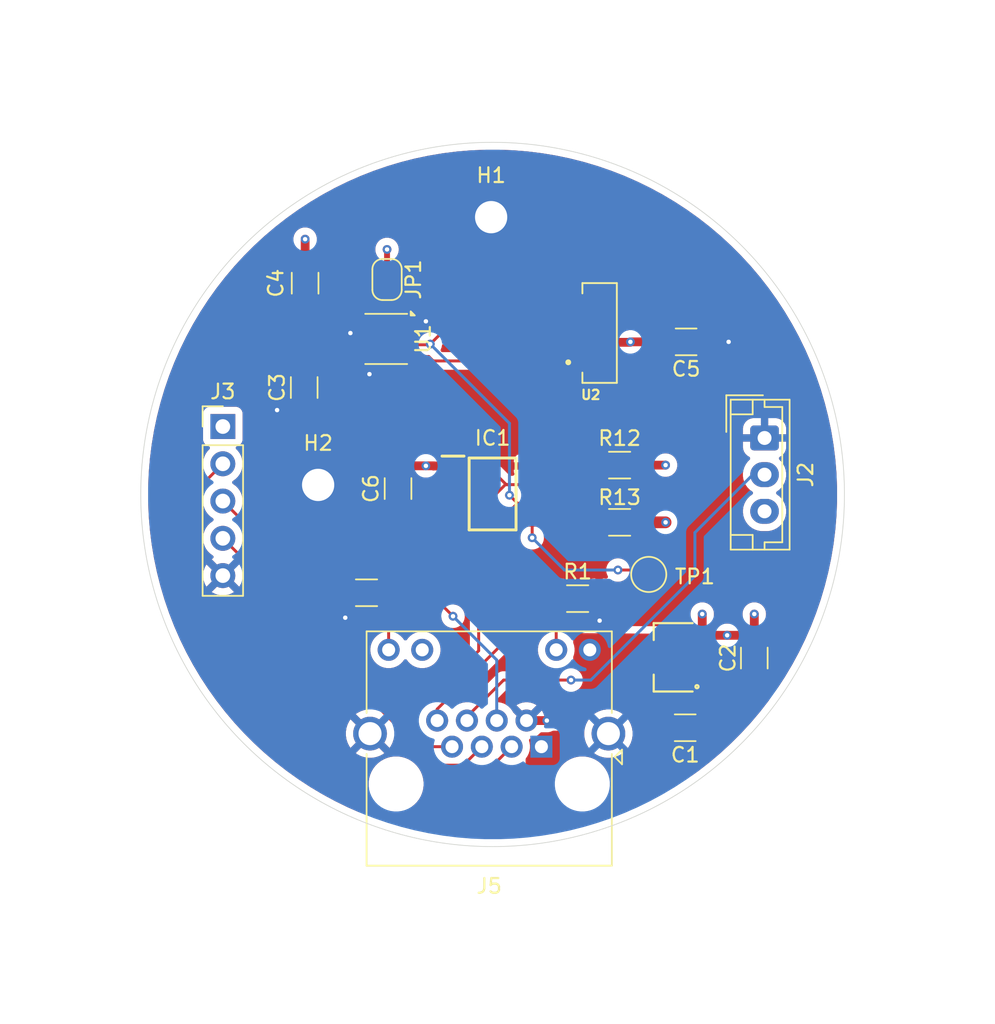
<source format=kicad_pcb>
(kicad_pcb (version 20241229) (generator "pcbnew") (generator_version "9.0")
  (layers (0 "F.Cu" signal) (4 "In1.Cu" signal) (6 "In2.Cu" signal) (2 "B.Cu" signal) (13 "F.Paste" user) (15 "B.Paste" user) (5 "F.SilkS" user "F.Silkscreen") (7 "B.SilkS" user "B.Silkscreen") (1 "F.Mask" user) (3 "B.Mask" user) (25 "Edge.Cuts" user))
  (net 0 "")
  (net 1 "GND")
  (net 2 "+3V3")
  (net 3 "Net-(U1-VDDIO)")
  (net 4 "Net-(U1-VDD)")
  (net 6 "Net-(IC1-PGO)")
  (net 7 "/SCL")
  (net 8 "/SDA")
  (net 9 "/GPIO11")
  (net 10 "/GPIO13")
  (net 11 "/GPIO12")
  (net 12 "/W_SPEED")
  (net 13 "Net-(J5-Pad10)")
  (net 14 "Net-(J5-Pad12)")
  (net 15 "Net-(JP1-B)")
  (net 16 "/+5V")
  (footprint "TestPoint:TestPoint_Pad_D2.0mm" (layer "F.Cu") (at 150.65 105.45)
    (property "Reference" "TP1" (at 3.15 0.15 0) (layer "F.SilkS"))
    (property "Value" "TestPoint" (hide yes))
    (fp_circle (center 0 0) (end 0 1.2) (stroke (width 0.12)) (fill no) (layer "F.SilkS"))
    (pad "1" smd circle (at 0 0) (size 2 2) (layers "F.Cu" "F.Mask") (net 6 "Net-(IC1-PGO)"))
  )
  (footprint "Resistor_SMD:R_1206_3216Metric" (layer "F.Cu") (at 131.4 106.7 180)
    (property "Reference" "R2" (hide yes))
    (property "Value" "70R" (hide yes))
    (fp_line (start -0.727064 0.91) (end 0.727064 0.91) (stroke (width 0.12)) (layer "F.SilkS"))
    (fp_line (start -0.727064 -0.91) (end 0.727064 -0.91) (stroke (width 0.12)) (layer "F.SilkS"))
    (pad "1" smd roundrect (at -1.4625 0 180) (size 1.125 1.75) (layers "F.Cu" "F.Mask" "F.Paste") (roundrect_rratio 0.222222) (net 14 "Net-(J5-Pad12)"))
    (pad "2" smd roundrect (at 1.4625 0 180) (size 1.125 1.75) (layers "F.Cu" "F.Mask" "F.Paste") (roundrect_rratio 0.222222) (net 1 "GND"))
  )
  (footprint "AS5600-ASOT:SOIC127P600X175-8N" (layer "F.Cu") (at 140 99.965)
    (property "Reference" "IC1" (at 0 -3.81 0) (layer "F.SilkS"))
    (property "Value" "AS5600-ASOT")
    (fp_line (start -3.45 -2.58) (end -1.95 -2.58) (stroke (width 0.2)) (layer "F.SilkS"))
    (fp_line (start -1.6 -2.45) (end 1.6 -2.45) (stroke (width 0.2)) (layer "F.SilkS"))
    (fp_line (start -1.6 2.45) (end -1.6 -2.45) (stroke (width 0.2)) (layer "F.SilkS"))
    (fp_line (start 1.6 -2.45) (end 1.6 2.45) (stroke (width 0.2)) (layer "F.SilkS"))
    (fp_line (start 1.6 2.45) (end -1.6 2.45) (stroke (width 0.2)) (layer "F.SilkS"))
    (pad "1" smd rect (at -2.7 -1.905) (size 1.5 0.65) (layers "F.Cu" "F.Mask" "F.Paste") (net 2 "+3V3"))
    (pad "2" smd rect (at -2.7 -0.635) (size 1.5 0.65) (layers "F.Cu" "F.Mask" "F.Paste") (net 2 "+3V3"))
    (pad "3" smd rect (at -2.7 0.635) (size 1.5 0.65) (layers "F.Cu" "F.Mask" "F.Paste"))
    (pad "4" smd rect (at -2.7 1.905) (size 1.5 0.65) (layers "F.Cu" "F.Mask" "F.Paste") (net 1 "GND"))
    (pad "5" smd rect (at 2.7 1.905) (size 1.5 0.65) (layers "F.Cu" "F.Mask" "F.Paste") (net 6 "Net-(IC1-PGO)"))
    (pad "6" smd rect (at 2.7 0.635) (size 1.5 0.65) (layers "F.Cu" "F.Mask" "F.Paste") (net 8 "/SDA"))
    (pad "7" smd rect (at 2.7 -0.635) (size 1.5 0.65) (layers "F.Cu" "F.Mask" "F.Paste") (net 7 "/SCL"))
    (pad "8" smd rect (at 2.7 -1.905) (size 1.5 0.65) (layers "F.Cu" "F.Mask" "F.Paste") (net 1 "GND"))
  )
  (footprint "Capacitor_SMD:C_1206_3216Metric_Pad1.33x1.80mm_HandSolder" (layer "F.Cu") (at 157.85 111.15 90)
    (property "Reference" "C2" (at 0 -1.8 270) (layer "F.SilkS"))
    (property "Value" "10uF" (hide yes))
    (fp_line (start -0.711252 -0.91) (end 0.711252 -0.91) (stroke (width 0.12)) (layer "F.SilkS"))
    (fp_line (start -0.711252 0.91) (end 0.711252 0.91) (stroke (width 0.12)) (layer "F.SilkS"))
    (pad "1" smd roundrect (at -1.5625 0 90) (size 1.325 1.8) (layers "F.Cu" "F.Mask" "F.Paste") (roundrect_rratio 0.188679) (net 1 "GND"))
    (pad "2" smd roundrect (at 1.5625 0 90) (size 1.325 1.8) (layers "F.Cu" "F.Mask" "F.Paste") (roundrect_rratio 0.188679) (net 2 "+3V3"))
  )
  (footprint "Resistor_SMD:R_1206_3216Metric" (layer "F.Cu") (at 145.8 107.1)
    (property "Reference" "R1" (at 0 -1.83 0) (layer "F.SilkS"))
    (property "Value" "150R" (hide yes))
    (fp_line (start -0.727064 -0.91) (end 0.727064 -0.91) (stroke (width 0.12)) (layer "F.SilkS"))
    (fp_line (start -0.727064 0.91) (end 0.727064 0.91) (stroke (width 0.12)) (layer "F.SilkS"))
    (pad "1" smd roundrect (at -1.4625 0) (size 1.125 1.75) (layers "F.Cu" "F.Mask" "F.Paste") (roundrect_rratio 0.222222) (net 13 "Net-(J5-Pad10)"))
    (pad "2" smd roundrect (at 1.4625 0) (size 1.125 1.75) (layers "F.Cu" "F.Mask" "F.Paste") (roundrect_rratio 0.222222) (net 1 "GND"))
  )
  (footprint "Capacitor_SMD:C_1206_3216Metric_Pad1.33x1.80mm_HandSolder" (layer "F.Cu") (at 133.55 99.6 90)
    (property "Reference" "C6" (at 0 -1.85 90) (layer "F.SilkS"))
    (property "Value" "100nF" (hide yes))
    (fp_line (start -0.711252 -0.91) (end 0.711252 -0.91) (stroke (width 0.12)) (layer "F.SilkS"))
    (fp_line (start -0.711252 0.91) (end 0.711252 0.91) (stroke (width 0.12)) (layer "F.SilkS"))
    (pad "1" smd roundrect (at -1.5625 0 90) (size 1.325 1.8) (layers "F.Cu" "F.Mask" "F.Paste") (roundrect_rratio 0.188679) (net 1 "GND"))
    (pad "2" smd roundrect (at 1.5625 0 90) (size 1.325 1.8) (layers "F.Cu" "F.Mask" "F.Paste") (roundrect_rratio 0.188679) (net 2 "+3V3"))
  )
  (footprint "Capacitor_SMD:C_1206_3216Metric_Pad1.33x1.80mm_HandSolder" (layer "F.Cu") (at 127.2125 85.6 -90)
    (property "Reference" "C4" (at 0 2 90) (layer "F.SilkS"))
    (property "Value" "100nF" (hide yes))
    (fp_line (start -0.711252 0.91) (end 0.711252 0.91) (stroke (width 0.12)) (layer "F.SilkS"))
    (fp_line (start -0.711252 -0.91) (end 0.711252 -0.91) (stroke (width 0.12)) (layer "F.SilkS"))
    (pad "1" smd roundrect (at -1.5625 0 270) (size 1.325 1.8) (layers "F.Cu" "F.Mask" "F.Paste") (roundrect_rratio 0.188679) (net 2 "+3V3"))
    (pad "2" smd roundrect (at 1.5625 0 270) (size 1.325 1.8) (layers "F.Cu" "F.Mask" "F.Paste") (roundrect_rratio 0.188679) (net 4 "Net-(U1-VDD)"))
  )
  (footprint "Connector_PinHeader_2.54mm:PinHeader_1x05_P2.54mm_Vertical" (layer "F.Cu") (at 121.6 95.37)
    (property "Reference" "J3" (at 0 -2.38 0) (layer "F.SilkS"))
    (property "Value" "PINHD_1x5_Male" (hide yes))
    (fp_line (start -1.38 -1.38) (end 0 -1.38) (stroke (width 0.12)) (layer "F.SilkS"))
    (fp_line (start -1.38 0) (end -1.38 -1.38) (stroke (width 0.12)) (layer "F.SilkS"))
    (fp_line (start -1.38 1.27) (end -1.38 11.54) (stroke (width 0.12)) (layer "F.SilkS"))
    (fp_line (start -1.38 1.27) (end 1.38 1.27) (stroke (width 0.12)) (layer "F.SilkS"))
    (fp_line (start -1.38 11.54) (end 1.38 11.54) (stroke (width 0.12)) (layer "F.SilkS"))
    (fp_line (start 1.38 1.27) (end 1.38 11.54) (stroke (width 0.12)) (layer "F.SilkS"))
    (pad "1" thru_hole rect (at 0 0) (size 1.7 1.7) (drill 1) (layers "*.Cu" "*.Mask") (net 2 "+3V3"))
    (pad "2" thru_hole circle (at 0 2.54) (size 1.7 1.7) (drill 1) (layers "*.Cu" "*.Mask") (net 9 "/GPIO11"))
    (pad "3" thru_hole circle (at 0 5.08) (size 1.7 1.7) (drill 1) (layers "*.Cu" "*.Mask") (net 11 "/GPIO12"))
    (pad "4" thru_hole circle (at 0 7.62) (size 1.7 1.7) (drill 1) (layers "*.Cu" "*.Mask") (net 10 "/GPIO13"))
    (pad "5" thru_hole circle (at 0 10.16) (size 1.7 1.7) (drill 1) (layers "*.Cu" "*.Mask") (net 1 "GND"))
  )
  (footprint "PCM_JLCPCB:SOT-89-3_L4.5-W2.5-P1.50-LS4.2-BR" (layer "F.Cu") (at 152.94 111.1)
    (property "Reference" "U3" (hide yes))
    (property "Value" "HT7533" (hide yes))
    (fp_line (start -1.95 -2.33) (end -1.95 -1.18) (stroke (width 0.15)) (layer "F.SilkS"))
    (fp_line (start -1.95 2.33) (end -1.95 1.18) (stroke (width 0.15)) (layer "F.SilkS"))
    (fp_line (start 0.7 -2.33) (end -1.95 -2.33) (stroke (width 0.15)) (layer "F.SilkS"))
    (fp_line (start 0.7 2.33) (end -1.95 2.33) (stroke (width 0.15)) (layer "F.SilkS"))
    (fp_circle (center 1 2) (end 1.03 2) (stroke (width 0.15)) (fill no) (layer "F.SilkS"))
    (pad "1" smd roundrect (at 1.36 1.5) (size 1.58 0.67) (layers "F.Cu" "F.Mask" "F.Paste") (net 1 "GND"))
    (pad "2" smd custom (at -1.36 0) (size 0.1 0.1) (layers "F.Cu" "F.Mask" "F.Paste") (net 16 "/+5V") (options (clearance outline) (anchor circle)) (primitives (gr_poly (pts (xy -0.926975 -0.95) (xy 0.927229 -0.95) (xy 0.971755 -0.948895) (xy 1.01618 -0.945771) (xy 1.060427 -0.940564) (xy 1.104369 -0.933299) (xy 1.14793 -0.923952) (xy 1.190983 -0.912598) (xy 1.233477 -0.899238) (xy 1.275286 -0.883896) (xy 1.316332 -0.866599) (xy 1.356541 -0.847422) (xy 1.395784 -0.826365) (xy 1.434011 -0.80348) (xy 1.47112 -0.778842) (xy 1.507036 -0.752502) (xy 1.541656 -0.724511) (xy 1.574956 -0.694895) (xy 1.606807 -0.66378) (xy 1.637186 -0.631191) (xy 1.665989 -0.597231) (xy 1.693167 -0.561951) (xy 1.718669 -0.525425) (xy 1.742418 -0.487757) (xy 1.764389 -0.448997) (xy 1.784531 -0.409271) (xy 1.802769 -0.329972) (xy 2.700102 -0.329972) (xy 2.700102 0.330023) (xy 1.802769 0.330023) (xy 1.784531 0.409373) (xy 1.764389 0.449098) (xy 1.742418 0.487859) (xy 1.718669 0.525527) (xy 1.693167 0.562052) (xy 1.665989 0.597333) (xy 1.637186 0.631293) (xy 1.606807 0.663881) (xy 1.574956 0.694996) (xy 1.541656 0.724613) (xy 1.507036 0.752604) (xy 1.47112 0.778943) (xy 1.434011 0.803581) (xy 1.395784 0.826467) (xy 1.356541 0.847523) (xy 1.316332 0.866701) (xy 1.275286 0.883998) (xy 1.233477 0.89934) (xy 1.190983 0.9127) (xy 1.14793 0.924054) (xy 1.104369 0.933401) (xy 1.060427 0.940665) (xy 1.01618 0.945872) (xy 0.971755 0.948997) (xy 0.927229 0.950064) (xy -0.926975 0.950064) (xy -0.971501 0.948997) (xy -1.015926 0.945872) (xy -1.060173 0.940665) (xy -1.104115 0.933401) (xy -1.147676 0.924054) (xy -1.190729 0.9127) (xy -1.233223 0.89934) (xy -1.275032 0.883998) (xy -1.316078 0.866701) (xy -1.356287 0.847523) (xy -1.39553 0.826467) (xy -1.433757 0.803581) (xy -1.470866 0.778943) (xy -1.506782 0.752604) (xy -1.541402 0.724613) (xy -1.574702 0.694996) (xy -1.606553 0.663881) (xy -1.636932 0.631293) (xy -1.665735 0.597333) (xy -1.692913 0.562052) (xy -1.718415 0.525527) (xy -1.742164 0.487859) (xy -1.764135 0.449098) (xy -1.784277 0.409373) (xy -1.802515 0.368733) (xy -1.818847 0.327305) (xy -1.833198 0.285141) (xy -1.845568 0.242342) (xy -1.855906 0.199009) (xy -1.864211 0.155271) (xy -1.87046 0.111151) (xy -1.874625 0.066802) (xy -1.876708 0.022327) (xy -1.876708 -0.022225) (xy -1.874625 -0.066701) (xy -1.87046 -0.111049) (xy -1.864211 -0.155169) (xy -1.855906 -0.198908) (xy -1.845568 -0.24224) (xy -1.833198 -0.285039) (xy -1.818847 -0.327203) (xy -1.802515 -0.368631) (xy -1.784277 -0.409271) (xy -1.764135 -0.448997) (xy -1.742164 -0.487757) (xy -1.718415 -0.525425) (xy -1.692913 -0.561951) (xy -1.665735 -0.597231) (xy -1.636932 -0.631191) (xy -1.606553 -0.66378) (xy -1.574702 -0.694895) (xy -1.541402 -0.724511) (xy -1.506782 -0.752502) (xy -1.470866 -0.778842) (xy -1.433757 -0.80348) (xy -1.39553 -0.826365) (xy -1.356287 -0.847422) (xy -1.316078 -0.866599) (xy -1.275032 -0.883896) (xy -1.233223 -0.899238) (xy -1.190729 -0.912598) (xy -1.147676 -0.923952) (xy -1.104115 -0.933299) (xy -1.060173 -0.940564) (xy -1.015926 -0.945771) (xy -0.971501 -0.948895) (xy -0.926975 -0.95)) (width 0) (fill yes))))
    (pad "2" smd roundrect (at 1.36 0) (size 1.58 0.67) (layers "F.Cu" "F.Mask" "F.Paste") (net 16 "/+5V"))
    (pad "3" smd roundrect (at 1.36 -1.5) (size 1.58 0.67) (layers "F.Cu" "F.Mask" "F.Paste") (net 2 "+3V3"))
  )
  (footprint "Package_LGA:Bosch_LGA-8_3x3mm_P0.8mm_ClockwisePinNumbering" (layer "F.Cu") (at 132.8125 89.4 -90)
    (property "Reference" "U1" (at 0 -2.45 90) (layer "F.SilkS"))
    (property "Value" "BME680")
    (fp_line (start -1.71 -1.36) (end -1.71 1.5) (stroke (width 0.12)) (layer "F.SilkS"))
    (fp_line (start 1.71 -1.36) (end 1.71 1.5) (stroke (width 0.12)) (layer "F.SilkS"))
    (fp_poly (pts (xy -1.6 -1.6) (xy -1.88 -1.6) (xy -1.6 -1.88)) (stroke (width 0.12)) (fill yes) (layer "F.SilkS"))
    (pad "1" smd roundrect (at -1.2 -1.1875 270) (size 0.5 0.525) (layers "F.Cu" "F.Mask" "F.Paste") (net 1 "GND"))
    (pad "2" smd roundrect (at -0.4 -1.1875 270) (size 0.5 0.525) (layers "F.Cu" "F.Mask" "F.Paste") (net 15 "Net-(JP1-B)"))
    (pad "3" smd roundrect (at 0.4 -1.1875 270) (size 0.5 0.525) (layers "F.Cu" "F.Mask" "F.Paste") (net 8 "/SDA"))
    (pad "4" smd roundrect (at 1.2 -1.1875 270) (size 0.5 0.525) (layers "F.Cu" "F.Mask" "F.Paste") (net 7 "/SCL"))
    (pad "5" smd roundrect (at 1.2 1.1875 270) (size 0.5 0.525) (layers "F.Cu" "F.Mask" "F.Paste") (net 1 "GND"))
    (pad "6" smd roundrect (at 0.4 1.1875 270) (size 0.5 0.525) (layers "F.Cu" "F.Mask" "F.Paste") (net 3 "Net-(U1-VDDIO)"))
    (pad "7" smd roundrect (at -0.4 1.1875 270) (size 0.5 0.525) (layers "F.Cu" "F.Mask" "F.Paste") (net 1 "GND"))
    (pad "8" smd roundrect (at -1.2 1.1875 270) (size 0.5 0.525) (layers "F.Cu" "F.Mask" "F.Paste") (net 4 "Net-(U1-VDD)"))
  )
  (footprint "Capacitor_SMD:C_1206_3216Metric_Pad1.33x1.80mm_HandSolder" (layer "F.Cu") (at 127.15 92.7125 90)
    (property "Reference" "C3" (at 0 -1.85 90) (layer "F.SilkS"))
    (property "Value" "100nF" (hide yes))
    (fp_line (start -0.711252 -0.91) (end 0.711252 -0.91) (stroke (width 0.12)) (layer "F.SilkS"))
    (fp_line (start -0.711252 0.91) (end 0.711252 0.91) (stroke (width 0.12)) (layer "F.SilkS"))
    (pad "1" smd roundrect (at -1.5625 0 90) (size 1.325 1.8) (layers "F.Cu" "F.Mask" "F.Paste") (roundrect_rratio 0.188679) (net 1 "GND"))
    (pad "2" smd roundrect (at 1.5625 0 90) (size 1.325 1.8) (layers "F.Cu" "F.Mask" "F.Paste") (roundrect_rratio 0.188679) (net 3 "Net-(U1-VDDIO)"))
  )
  (footprint "MountingHole:MountingHole_2.2mm_M2_DIN965_Pad" (layer "F.Cu") (at 128.1 99.35)
    (property "Reference" "H2" (at 0 -2.85 0) (layer "F.SilkS"))
    (property "Value" "MountingHole_M3_3.2mm_Pad" (hide yes))
    (pad "1" thru_hole circle (at 0 0) (size 3.8 3.8) (drill 2.2) (layers "*.Cu" "*.Mask") (net 1 "GND"))
  )
  (footprint "VEML7700-TR:XDCR_VEML7700-TR" (layer "F.Cu") (at 147.3 88.995 180)
    (property "Reference" "U2" (at 0.607 -4.2164 0) (layer "F.SilkS") (effects (font (size 0.64 0.64))))
    (property "Value" "VEML7700-TR")
    (fp_line (start 1.175 3.4) (end 1.175 2.7) (stroke (width 0.127)) (layer "F.SilkS"))
    (fp_line (start 1.175 -3.4) (end 1.175 -2.7) (stroke (width 0.127)) (layer "F.SilkS"))
    (fp_line (start 1.175 -3.4) (end -1.175 -3.4) (stroke (width 0.127)) (layer "F.SilkS"))
    (fp_line (start -1.175 3.4) (end 1.175 3.4) (stroke (width 0.127)) (layer "F.SilkS"))
    (fp_line (start -1.175 -3.4) (end -1.175 3.4) (stroke (width 0.127)) (layer "F.SilkS"))
    (fp_circle (center 2.13948 -1.99811) (end 2.23948 -1.99811) (stroke (width 0.2)) (fill no) (layer "F.SilkS"))
    (pad "1" smd rect (at 0.675 -1.905 180) (size 1.4 0.7) (layers "F.Cu" "F.Mask" "F.Paste") (net 7 "/SCL"))
    (pad "2" smd rect (at 0.675 -0.635 180) (size 1.4 0.7) (layers "F.Cu" "F.Mask" "F.Paste") (net 2 "+3V3"))
    (pad "3" smd rect (at 0.675 0.635 180) (size 1.4 0.7) (layers "F.Cu" "F.Mask" "F.Paste") (net 1 "GND"))
    (pad "4" smd rect (at 0.675 1.905 180) (size 1.4 0.7) (layers "F.Cu" "F.Mask" "F.Paste") (net 8 "/SDA"))
  )
  (footprint "MountingHole:MountingHole_2.2mm_M2_DIN965_Pad" (layer "F.Cu") (at 139.9 81.1)
    (property "Reference" "H1" (at 0 -2.85 0) (layer "F.SilkS"))
    (property "Value" "MountingHole_M3_3.2mm_Pad" (hide yes))
    (pad "1" thru_hole circle (at 0 0) (size 3.8 3.8) (drill 2.2) (layers "*.Cu" "*.Mask") (net 1 "GND"))
  )
  (footprint "Connector_RJ:RJ45_Amphenol_RJHSE538X" (layer "F.Cu") (at 143.33 117.19 180)
    (property "Reference" "J5" (at 3.56 -9.5 0) (layer "F.SilkS"))
    (property "Value" "SENSORS" (hide yes))
    (fp_line (start 11.925 7.86) (end 11.925 2.3) (stroke (width 0.12)) (layer "F.SilkS"))
    (fp_line (start 11.925 -8.11) (end 11.925 -0.5) (stroke (width 0.12)) (layer "F.SilkS"))
    (fp_line (start -4.805 7.86) (end 11.925 7.86) (stroke (width 0.12)) (layer "F.SilkS"))
    (fp_line (start -4.805 7.86) (end -4.805 2.3) (stroke (width 0.12)) (layer "F.SilkS"))
    (fp_line (start -4.805 -8.11) (end 11.925 -8.11) (stroke (width 0.12)) (layer "F.SilkS"))
    (fp_line (start -4.805 -8.11) (end -4.805 -0.5) (stroke (width 0.12)) (layer "F.SilkS"))
    (fp_line (start -5 -0.7) (end -5.5 -0.2) (stroke (width 0.12)) (layer "F.SilkS"))
    (fp_line (start -5.5 -0.2) (end -5.5 -1.2) (stroke (width 0.12)) (layer "F.SilkS"))
    (fp_line (start -5.5 -1.2) (end -5 -0.7) (stroke (width 0.12)) (layer "F.SilkS"))
    (pad "" np_thru_hole circle (at -2.79 -2.54 180) (size 3.25 3.25) (drill 3.25) (layers "*.Cu" "*.Mask"))
    (pad "" np_thru_hole circle (at 9.91 -2.54 180) (size 3.25 3.25) (drill 3.25) (layers "*.Cu" "*.Mask"))
    (pad "1" thru_hole rect (at 0 0 180) (size 1.5 1.5) (drill 0.89) (layers "*.Cu" "*.Mask") (net 16 "/+5V"))
    (pad "2" thru_hole circle (at 1.016 1.78 180) (size 1.5 1.5) (drill 0.89) (layers "*.Cu" "*.Mask") (net 1 "GND"))
    (pad "3" thru_hole circle (at 2.032 0 180) (size 1.5 1.5) (drill 0.89) (layers "*.Cu" "*.Mask") (net 9 "/GPIO11"))
    (pad "4" thru_hole circle (at 3.048 1.78 180) (size 1.5 1.5) (drill 0.89) (layers "*.Cu" "*.Mask") (net 11 "/GPIO12"))
    (pad "5" thru_hole circle (at 4.064 0 180) (size 1.5 1.5) (drill 0.89) (layers "*.Cu" "*.Mask") (net 10 "/GPIO13"))
    (pad "6" thru_hole circle (at 5.08 1.78 180) (size 1.5 1.5) (drill 0.89) (layers "*.Cu" "*.Mask") (net 12 "/W_SPEED"))
    (pad "7" thru_hole circle (at 6.096 0 180) (size 1.5 1.5) (drill 0.89) (layers "*.Cu" "*.Mask") (net 7 "/SCL"))
    (pad "8" thru_hole circle (at 7.112 1.78 180) (size 1.5 1.5) (drill 0.89) (layers "*.Cu" "*.Mask") (net 8 "/SDA"))
    (pad "9" thru_hole circle (at -3.3 6.6 180) (size 1.5 1.5) (drill 0.89) (layers "*.Cu" "*.Mask") (net 16 "/+5V"))
    (pad "10" thru_hole circle (at -1.01 6.6 180) (size 1.5 1.5) (drill 0.89) (layers "*.Cu" "*.Mask") (net 13 "Net-(J5-Pad10)"))
    (pad "11" thru_hole circle (at 8.13 6.6 180) (size 1.5 1.5) (drill 0.89) (layers "*.Cu" "*.Mask") (net 2 "+3V3"))
    (pad "12" thru_hole circle (at 10.42 6.6 180) (size 1.5 1.5) (drill 0.89) (layers "*.Cu" "*.Mask") (net 14 "Net-(J5-Pad12)"))
    (pad "SH" thru_hole circle (at -4.57 0.89 180) (size 2.3 2.3) (drill 1.57) (layers "*.Cu" "*.Mask") (net 1 "GND"))
    (pad "SH" thru_hole circle (at 11.69 0.89 180) (size 2.3 2.3) (drill 1.57) (layers "*.Cu" "*.Mask") (net 1 "GND"))
  )
  (footprint "Capacitor_SMD:C_1206_3216Metric_Pad1.33x1.80mm_HandSolder" (layer "F.Cu") (at 153.2 89.6 180)
    (property "Reference" "C5" (at 0 -1.85 0) (layer "F.SilkS"))
    (property "Value" "100nF")
    (fp_line (start -0.711252 0.91) (end 0.711252 0.91) (stroke (width 0.12)) (layer "F.SilkS"))
    (fp_line (start -0.711252 -0.91) (end 0.711252 -0.91) (stroke (width 0.12)) (layer "F.SilkS"))
    (pad "1" smd roundrect (at -1.5625 0 180) (size 1.325 1.8) (layers "F.Cu" "F.Mask" "F.Paste") (roundrect_rratio 0.188679) (net 1 "GND"))
    (pad "2" smd roundrect (at 1.5625 0 180) (size 1.325 1.8) (layers "F.Cu" "F.Mask" "F.Paste") (roundrect_rratio 0.188679) (net 2 "+3V3"))
  )
  (footprint "Jumper:SolderJumper-2_P1.3mm_Bridged2Bar_RoundedPad1.0x1.5mm" (layer "F.Cu") (at 132.8 85.35 -90)
    (property "Reference" "JP1" (at 0 -1.8 90) (layer "F.SilkS"))
    (property "Value" "SolderJumper_2_Bridged" (hide yes))
    (fp_poly (pts (xy -0.25 0.2) (xy 0.25 0.2) (xy 0.25 0.6) (xy -0.25 0.6)) (fill yes) (layer "F.Cu"))
    (fp_poly (pts (xy -0.25 -0.6) (xy 0.25 -0.6) (xy 0.25 -0.2) (xy -0.25 -0.2)) (fill yes) (layer "F.Cu"))
    (fp_line (start 0.7 1) (end -0.7 1) (stroke (width 0.12)) (layer "F.SilkS"))
    (fp_line (start -1.4 0.3) (end -1.4 -0.3) (stroke (width 0.12)) (layer "F.SilkS"))
    (fp_line (start 1.4 -0.3) (end 1.4 0.3) (stroke (width 0.12)) (layer "F.SilkS"))
    (fp_line (start -0.7 -1) (end 0.7 -1) (stroke (width 0.12)) (layer "F.SilkS"))
    (fp_arc (start -0.7 1) (mid -1.194975 0.794975) (end -1.4 0.3) (stroke (width 0.12)) (layer "F.SilkS"))
    (fp_arc (start 1.4 0.3) (mid 1.194975 0.794975) (end 0.7 1) (stroke (width 0.12)) (layer "F.SilkS"))
    (fp_arc (start -1.4 -0.3) (mid -1.194975 -0.794975) (end -0.7 -1) (stroke (width 0.12)) (layer "F.SilkS"))
    (fp_arc (start 0.7 -1) (mid 1.194975 -0.794975) (end 1.4 -0.3) (stroke (width 0.12)) (layer "F.SilkS"))
    (pad "1" smd custom (at -0.65 0 270) (size 1 0.5) (layers "F.Cu" "F.Mask") (net 2 "+3V3") (options (clearance outline) (anchor rect)) (primitives (gr_circle (center 0 0.25) (end 0.5 0.25) (width 0) (fill yes)) (gr_circle (center 0 -0.25) (end 0.5 -0.25) (width 0) (fill yes)) (gr_poly (pts (xy 0.5 0.75) (xy 0 0.75) (xy 0 -0.75) (xy 0.5 -0.75)) (width 0) (fill yes))))
    (pad "2" smd custom (at 0.65 0 270) (size 1 0.5) (layers "F.Cu" "F.Mask") (net 15 "Net-(JP1-B)") (options (clearance outline) (anchor rect)) (primitives (gr_circle (center 0 0.25) (end 0.5 0.25) (width 0) (fill yes)) (gr_circle (center 0 -0.25) (end 0.5 -0.25) (width 0) (fill yes)) (gr_poly (pts (xy 0 0.75) (xy -0.5 0.75) (xy -0.5 -0.75) (xy 0 -0.75)) (width 0) (fill yes))))
  )
  (footprint "Resistor_SMD:R_1206_3216Metric" (layer "F.Cu") (at 148.6625 101.9)
    (property "Reference" "R13" (at 0 -1.7 0) (layer "F.SilkS"))
    (property "Value" "4.7K" (hide yes))
    (fp_line (start -0.727064 -0.91) (end 0.727064 -0.91) (stroke (width 0.12)) (layer "F.SilkS"))
    (fp_line (start -0.727064 0.91) (end 0.727064 0.91) (stroke (width 0.12)) (layer "F.SilkS"))
    (pad "1" smd roundrect (at -1.4625 0) (size 1.125 1.75) (layers "F.Cu" "F.Mask" "F.Paste") (roundrect_rratio 0.222222) (net 8 "/SDA"))
    (pad "2" smd roundrect (at 1.4625 0) (size 1.125 1.75) (layers "F.Cu" "F.Mask" "F.Paste") (roundrect_rratio 0.222222) (net 2 "+3V3"))
  )
  (footprint "Connector_JST:JST_EH_B3B-EH-A_1x03_P2.50mm_Vertical" (layer "F.Cu") (at 158.55 96.15 -90)
    (property "Reference" "J2" (at 2.5 -2.8 90) (layer "F.SilkS"))
    (property "Value" "Anemometer")
    (fp_line (start -2.91 2.61) (end -0.41 2.61) (stroke (width 0.12)) (layer "F.SilkS"))
    (fp_line (start -2.61 2.31) (end 7.61 2.31) (stroke (width 0.12)) (layer "F.SilkS"))
    (fp_line (start 7.61 2.31) (end 7.61 -1.71) (stroke (width 0.12)) (layer "F.SilkS"))
    (fp_line (start -2.61 0.81) (end -1.61 0.81) (stroke (width 0.12)) (layer "F.SilkS"))
    (fp_line (start -1.61 0.81) (end -1.61 2.31) (stroke (width 0.12)) (layer "F.SilkS"))
    (fp_line (start 6.61 0.81) (end 6.61 2.31) (stroke (width 0.12)) (layer "F.SilkS"))
    (fp_line (start 7.61 0.81) (end 6.61 0.81) (stroke (width 0.12)) (layer "F.SilkS"))
    (fp_line (start -2.91 0.11) (end -2.91 2.61) (stroke (width 0.12)) (layer "F.SilkS"))
    (fp_line (start -2.61 0) (end -2.11 0) (stroke (width 0.12)) (layer "F.SilkS"))
    (fp_line (start -2.11 0) (end -2.11 -1.21) (stroke (width 0.12)) (layer "F.SilkS"))
    (fp_line (start 7.11 0) (end 7.61 0) (stroke (width 0.12)) (layer "F.SilkS"))
    (fp_line (start -2.11 -1.21) (end 7.11 -1.21) (stroke (width 0.12)) (layer "F.SilkS"))
    (fp_line (start 7.11 -1.21) (end 7.11 0) (stroke (width 0.12)) (layer "F.SilkS"))
    (fp_line (start -2.61 -1.71) (end -2.61 2.31) (stroke (width 0.12)) (layer "F.SilkS"))
    (fp_line (start 7.61 -1.71) (end -2.61 -1.71) (stroke (width 0.12)) (layer "F.SilkS"))
    (pad "1" thru_hole roundrect (at 0 0 270) (size 1.7 1.95) (drill 0.95) (layers "*.Cu" "*.Mask") (roundrect_rratio 0.147059) (net 1 "GND"))
    (pad "2" thru_hole oval (at 2.5 0 270) (size 1.7 1.95) (drill 0.95) (layers "*.Cu" "*.Mask") (net 12 "/W_SPEED"))
    (pad "3" thru_hole oval (at 5 0 270) (size 1.7 1.95) (drill 0.95) (layers "*.Cu" "*.Mask") (net 2 "+3V3"))
  )
  (footprint "Resistor_SMD:R_1206_3216Metric" (layer "F.Cu") (at 148.6625 98)
    (property "Reference" "R12" (at 0 -1.83 0) (layer "F.SilkS"))
    (property "Value" "4.7K" (hide yes))
    (fp_line (start -0.727064 -0.91) (end 0.727064 -0.91) (stroke (width 0.12)) (layer "F.SilkS"))
    (fp_line (start -0.727064 0.91) (end 0.727064 0.91) (stroke (width 0.12)) (layer "F.SilkS"))
    (pad "1" smd roundrect (at -1.4625 0) (size 1.125 1.75) (layers "F.Cu" "F.Mask" "F.Paste") (roundrect_rratio 0.222222) (net 7 "/SCL"))
    (pad "2" smd roundrect (at 1.4625 0) (size 1.125 1.75) (layers "F.Cu" "F.Mask" "F.Paste") (roundrect_rratio 0.222222) (net 2 "+3V3"))
  )
  (footprint "Capacitor_SMD:C_1206_3216Metric_Pad1.33x1.80mm_HandSolder" (layer "F.Cu") (at 153.1375 115.9 180)
    (property "Reference" "C1" (at 0 -1.85 0) (layer "F.SilkS"))
    (property "Value" "10uF" (hide yes))
    (fp_line (start -0.711252 0.91) (end 0.711252 0.91) (stroke (width 0.12)) (layer "F.SilkS"))
    (fp_line (start -0.711252 -0.91) (end 0.711252 -0.91) (stroke (width 0.12)) (layer "F.SilkS"))
    (pad "1" smd roundrect (at -1.5625 0 180) (size 1.325 1.8) (layers "F.Cu" "F.Mask" "F.Paste") (roundrect_rratio 0.188679) (net 1 "GND"))
    (pad "2" smd roundrect (at 1.5625 0 180) (size 1.325 1.8) (layers "F.Cu" "F.Mask" "F.Paste") (roundrect_rratio 0.188679) (net 16 "/+5V"))
  )
  (gr_circle (center 140 100) (end 164 100) (stroke (width 0.05)) (fill no) (layer "Edge.Cuts"))
  (segment (start 131.625 91.775) (end 131.6 91.8) (width 0.6) (layer "F.Cu") (net 1))
  (segment (start 134 88.2) (end 135.45 88.2) (width 0.6) (layer "F.Cu") (net 1))
  (segment (start 147.2625 107.1) (end 147.2625 108.5625) (width 0.2) (layer "F.Cu") (net 1))
  (segment (start 127.15 94.275) (end 125.325 94.275) (width 0.2) (layer "F.Cu") (net 1))
  (segment (start 131.625 90.6) (end 131.625 91.775) (width 0.6) (layer "F.Cu") (net 1))
  (segment (start 125.325 94.275) (end 125.3 94.25) (width 0.2) (layer "F.Cu") (net 1))
  (segment (start 143.7 115.41) (end 142.314 115.41) (width 0.6) (layer "F.Cu") (net 1))
  (segment (start 154.7625 89.6) (end 156.1 89.6) (width 0.6) (layer "F.Cu") (net 1))
  (segment (start 129.95 106.7125) (end 129.95 108.4) (width 0.2) (layer "F.Cu") (net 1))
  (segment (start 129.9375 106.7) (end 129.95 106.7125) (width 0.2) (layer "F.Cu") (net 1))
  (segment (start 131.625 89) (end 130.3 89) (width 0.4) (layer "F.Cu") (net 1))
  (segment (start 147.2625 108.5625) (end 147.3 108.6) (width 0.2) (layer "F.Cu") (net 1))
  (via (at 125.3 94.25) (size 0.6) (drill 0.3) (layers "F.Cu" "B.Cu") (net 1))
  (via (at 135.45 88.2) (size 0.6) (drill 0.3) (layers "F.Cu" "B.Cu") (net 1))
  (via (at 143.7 115.41) (size 0.6) (drill 0.3) (layers "F.Cu" "B.Cu") (net 1))
  (via (at 129.95 108.4) (size 0.6) (drill 0.3) (layers "F.Cu" "B.Cu") (net 1))
  (via (at 130.3 89) (size 0.6) (drill 0.3) (layers "F.Cu" "B.Cu") (net 1))
  (via (at 156.1 89.6) (size 0.6) (drill 0.3) (layers "F.Cu" "B.Cu") (net 1))
  (via (at 131.6 91.8) (size 0.6) (drill 0.3) (layers "F.Cu" "B.Cu") (net 1))
  (via (at 147.3 108.6) (size 0.6) (drill 0.3) (layers "F.Cu" "B.Cu") (net 1))
  (segment (start 149.37 89.63) (end 149.4 89.6) (width 0.6) (layer "F.Cu") (net 2))
  (segment (start 154.3 109.6) (end 154.3 108.15) (width 0.6) (layer "F.Cu") (net 2))
  (segment (start 137.3 99.33) (end 137.3 98.06) (width 0.6) (layer "F.Cu") (net 2))
  (segment (start 135.95 98.05) (end 135.96 98.06) (width 0.6) (layer "F.Cu") (net 2))
  (segment (start 146.625 89.63) (end 149.37 89.63) (width 0.6) (layer "F.Cu") (net 2))
  (segment (start 150.125 101.9) (end 151.8 101.9) (width 0.8) (layer "F.Cu") (net 2))
  (segment (start 157.3625 109.6) (end 157.4 109.5625) (width 0.8) (layer "F.Cu") (net 2))
  (segment (start 156 109.6) (end 157.8375 109.6) (width 0.6) (layer "F.Cu") (net 2))
  (segment (start 135.96 98.06) (end 137.3 98.06) (width 0.6) (layer "F.Cu") (net 2))
  (segment (start 154.3 109.6) (end 156 109.6) (width 0.6) (layer "F.Cu") (net 2))
  (segment (start 132.8 84.7) (end 132.8 83.3) (width 0.4) (layer "F.Cu") (net 2))
  (segment (start 135.2 110.59) (end 135.2 110.61) (width 0.6) (layer "F.Cu") (net 2))
  (segment (start 151.6375 89.6) (end 149.4 89.6) (width 0.6) (layer "F.Cu") (net 2))
  (segment (start 127.2125 84.0375) (end 127.2125 82.6) (width 0.6) (layer "F.Cu") (net 2))
  (segment (start 133.5625 98.05) (end 133.55 98.0375) (width 0.6) (layer "F.Cu") (net 2))
  (segment (start 135.45 98.05) (end 135.95 98.05) (width 0.6) (layer "F.Cu") (net 2))
  (segment (start 157.8375 109.6) (end 157.85 109.5875) (width 0.6) (layer "F.Cu") (net 2))
  (segment (start 150.125 98) (end 151.8 98) (width 0.6) (layer "F.Cu") (net 2))
  (segment (start 135.45 98.05) (end 133.5625 98.05) (width 0.6) (layer "F.Cu") (net 2))
  (segment (start 157.85 109.5875) (end 157.85 108.15) (width 0.6) (layer "F.Cu") (net 2))
  (via (at 151.8 98) (size 0.6) (drill 0.3) (layers "F.Cu" "B.Cu") (net 2))
  (via (at 151.8 101.9) (size 0.6) (drill 0.3) (layers "F.Cu" "B.Cu") (net 2))
  (via (at 135.45 98.05) (size 0.6) (drill 0.3) (layers "F.Cu" "B.Cu") (net 2))
  (via (at 127.2125 82.6) (size 0.6) (drill 0.3) (layers "F.Cu" "B.Cu") (net 2))
  (via (at 157.85 108.15) (size 0.6) (drill 0.3) (layers "F.Cu" "B.Cu") (net 2))
  (via (at 149.4 89.6) (size 0.6) (drill 0.3) (layers "F.Cu" "B.Cu") (net 2))
  (via (at 156 109.6) (size 0.6) (drill 0.3) (layers "F.Cu" "B.Cu") (net 2))
  (via (at 154.3 108.15) (size 0.6) (drill 0.3) (layers "F.Cu" "B.Cu") (net 2))
  (via (at 132.8 83.3) (size 0.6) (drill 0.3) (layers "F.Cu" "B.Cu") (net 2))
  (segment (start 128.5 89.8) (end 131.625 89.8) (width 0.2) (layer "F.Cu") (net 3))
  (segment (start 127.15 91.15) (end 128.5 89.8) (width 0.2) (layer "F.Cu") (net 3))
  (segment (start 127.2125 87.1625) (end 128.25 88.2) (width 0.2) (layer "F.Cu") (net 4))
  (segment (start 128.25 88.2) (end 131.625 88.2) (width 0.2) (layer "F.Cu") (net 4))
  (segment (start 142.7 101.87) (end 142.7 102.95) (width 0.2) (layer "F.Cu") (net 6))
  (segment (start 148.55 105.15) (end 150.35 105.15) (width 0.2) (layer "F.Cu") (net 6))
  (segment (start 150.35 105.15) (end 150.65 105.45) (width 0.2) (layer "F.Cu") (net 6))
  (via (at 148.55 105.15) (size 0.6) (drill 0.3) (layers "F.Cu" "B.Cu") (net 6))
  (via (at 142.7 102.95) (size 0.6) (drill 0.3) (layers "F.Cu" "B.Cu") (net 6))
  (segment (start 142.7 102.95) (end 143.7 103.95) (width 0.2) (layer "B.Cu") (net 6))
  (segment (start 143.7 103.95) (end 144.9 105.15) (width 0.2) (layer "B.Cu") (net 6))
  (segment (start 144.9 105.15) (end 148.55 105.15) (width 0.2) (layer "B.Cu") (net 6))
  (segment (start 139.05 110.65) (end 139.05 101.15) (width 0.2) (layer "F.Cu") (net 7))
  (segment (start 134.7 115) (end 139.05 110.65) (width 0.2) (layer "F.Cu") (net 7))
  (segment (start 137.234 117.19) (end 135.69 117.19) (width 0.2) (layer "F.Cu") (net 7))
  (segment (start 141.05 99.33) (end 142.7 99.33) (width 0.2) (layer "F.Cu") (net 7))
  (segment (start 135.95 90.9) (end 135.65 90.6) (width 0.2) (layer "F.Cu") (net 7))
  (segment (start 145.87 99.33) (end 147.2 98) (width 0.4) (layer "F.Cu") (net 7))
  (segment (start 140.87 99.33) (end 141.05 99.33) (width 0.2) (layer "F.Cu") (net 7))
  (segment (start 146.625 90.9) (end 135.95 90.9) (width 0.2) (layer "F.Cu") (net 7))
  (segment (start 142.7 99.33) (end 145.87 99.33) (width 0.4) (layer "F.Cu") (net 7))
  (segment (start 141.05 99.33) (end 140.93 99.33) (width 0.2) (layer "F.Cu") (net 7))
  (segment (start 134 92.4) (end 134 90.6) (width 0.2) (layer "F.Cu") (net 7))
  (segment (start 139.05 101.15) (end 140.87 99.33) (width 0.2) (layer "F.Cu") (net 7))
  (segment (start 140.93 99.33) (end 134 92.4) (width 0.2) (layer "F.Cu") (net 7))
  (segment (start 135.65 90.6) (end 134 90.6) (width 0.2) (layer "F.Cu") (net 7))
  (segment (start 134.7 116.2) (end 134.7 115) (width 0.2) (layer "F.Cu") (net 7))
  (segment (start 135.69 117.19) (end 134.7 116.2) (width 0.2) (layer "F.Cu") (net 7))
  (segment (start 141.7 100.6) (end 140.65 101.65) (width 0.2) (layer "F.Cu") (net 8))
  (segment (start 141.59 106.050741) (end 141.59 106.190741) (width 0.2) (layer "F.Cu") (net 8))
  (segment (start 145.9 100.6) (end 147.2 101.9) (width 0.4) (layer "F.Cu") (net 8))
  (segment (start 140.93 105.070741) (end 140.65 105.070741) (width 0.2) (layer "F.Cu") (net 8))
  (segment (start 141.59 104.650741) (end 141.59 104.790741) (width 0.2) (layer "F.Cu") (net 8))
  (segment (start 140.65 105.770741) (end 141.31 105.770741) (width 0.2) (layer "F.Cu") (net 8))
  (segment (start 139.99 105.770741) (end 140.65 105.770741) (width 0.2) (layer "F.Cu") (net 8))
  (segment (start 135.7 89.8) (end 134 89.8) (width 0.2) (layer "F.Cu") (net 8))
  (segment (start 140.65 106.470741) (end 140.37 106.470741) (width 0.2) (layer "F.Cu") (net 8))
  (segment (start 140.65 101.65) (end 140.65 104.090741) (width 0.2) (layer "F.Cu") (net 8))
  (segment (start 141.31 105.070741) (end 140.93 105.070741) (width 0.2) (layer "F.Cu") (net 8))
  (segment (start 140.65 107.9) (end 140.65 110.2) (width 0.2) (layer "F.Cu") (net 8))
  (segment (start 140.65 107.450741) (end 140.65 107.590741) (width 0.2) (layer "F.Cu") (net 8))
  (segment (start 140.65 110.2) (end 136.218 114.632) (width 0.2) (layer "F.Cu") (net 8))
  (segment (start 140.37 106.470741) (end 139.99 106.470741) (width 0.2) (layer "F.Cu") (net 8))
  (segment (start 142.7 100.6) (end 141.7 100.6) (width 0.2) (layer "F.Cu") (net 8))
  (segment (start 139.71 106.750741) (end 139.71 106.890741) (width 0.2) (layer "F.Cu") (net 8))
  (segment (start 141.31 106.470741) (end 140.65 106.470741) (width 0.2) (layer "F.Cu") (net 8))
  (segment (start 138.41 87.09) (end 135.75 89.75) (width 0.2) (layer "F.Cu") (net 8))
  (segment (start 136.218 114.632) (end 136.218 115.41) (width 0.2) (layer "F.Cu") (net 8))
  (segment (start 140.65 107.590741) (end 140.65 107.9) (width 0.2) (layer "F.Cu") (net 8))
  (segment (start 139.71 105.350741) (end 139.71 105.490741) (width 0.2) (layer "F.Cu") (net 8))
  (segment (start 140.65 105.070741) (end 139.99 105.070741) (width 0.2) (layer "F.Cu") (net 8))
  (segment (start 141.7 100.6) (end 141.15 100.05) (width 0.2) (layer "F.Cu") (net 8))
  (segment (start 135.75 89.75) (end 135.7 89.8) (width 0.2) (layer "F.Cu") (net 8))
  (segment (start 142.7 100.6) (end 145.9 100.6) (width 0.4) (layer "F.Cu") (net 8))
  (segment (start 140.93 104.370741) (end 141.31 104.370741) (width 0.2) (layer "F.Cu") (net 8))
  (segment (start 139.99 107.170741) (end 140.37 107.170741) (width 0.2) (layer "F.Cu") (net 8))
  (segment (start 146.625 87.09) (end 138.41 87.09) (width 0.2) (layer "F.Cu") (net 8))
  (via (at 135.75 89.75) (size 0.6) (drill 0.3) (layers "F.Cu" "B.Cu") (net 8))
  (via (at 141.15 100.05) (size 0.6) (drill 0.3) (layers "F.Cu" "B.Cu") (net 8))
  (arc (start 139.99 106.470741) (mid 139.79201 106.552751) (end 139.71 106.750741) (width 0.2) (layer "F.Cu") (net 8))
  (arc (start 139.99 105.070741) (mid 139.79201 105.152751) (end 139.71 105.350741) (width 0.2) (layer "F.Cu") (net 8))
  (arc (start 139.71 106.890741) (mid 139.79201 107.088731) (end 139.99 107.170741) (width 0.2) (layer "F.Cu") (net 8))
  (arc (start 141.31 104.370741) (mid 141.50799 104.452751) (end 141.59 104.650741) (width 0.2) (layer "F.Cu") (net 8))
  (arc (start 141.59 104.790741) (mid 141.50799 104.988731) (end 141.31 105.070741) (width 0.2) (layer "F.Cu") (net 8))
  (arc (start 141.31 105.770741) (mid 141.50799 105.852751) (end 141.59 106.050741) (width 0.2) (layer "F.Cu") (net 8))
  (arc (start 140.37 107.170741) (mid 140.56799 107.252751) (end 140.65 107.450741) (width 0.2) (layer "F.Cu") (net 8))
  (arc (start 141.59 106.190741) (mid 141.50799 106.388731) (end 141.31 106.470741) (width 0.2) (layer "F.Cu") (net 8))
  (arc (start 139.71 105.490741) (mid 139.79201 105.688731) (end 139.99 105.770741) (width 0.2) (layer "F.Cu") (net 8))
  (arc (start 140.65 104.090741) (mid 140.73201 104.288731) (end 140.93 104.370741) (width 0.2) (layer "F.Cu") (net 8))
  (segment (start 141.15 100.05) (end 141.15 95.15) (width 0.2) (layer "B.Cu") (net 8))
  (segment (start 141.15 95.15) (end 135.75 89.75) (width 0.2) (layer "B.Cu") (net 8))
  (segment (start 136.438 122.05) (end 141.298 117.19) (width 0.2) (layer "F.Cu") (net 9))
  (segment (start 119.4 109) (end 132.45 122.05) (width 0.2) (layer "F.Cu") (net 9))
  (segment (start 121.6 97.91) (end 119.4 100.11) (width 0.2) (layer "F.Cu") (net 9))
  (segment (start 119.4 100.11) (end 119.4 109) (width 0.2) (layer "F.Cu") (net 9))
  (segment (start 132.45 122.05) (end 136.438 122.05) (width 0.2) (layer "F.Cu") (net 9))
  (segment (start 138.006 118.45) (end 136.15 118.45) (width 0.2) (layer "F.Cu") (net 10))
  (segment (start 136.15 118.45) (end 123.58 105.88) (width 0.2) (layer "F.Cu") (net 10))
  (segment (start 123.58 104.97) (end 121.6 102.99) (width 0.2) (layer "F.Cu") (net 10))
  (segment (start 123.58 105.88) (end 123.58 104.97) (width 0.2) (layer "F.Cu") (net 10))
  (segment (start 139.266 117.19) (end 138.006 118.45) (width 0.2) (layer "F.Cu") (net 10))
  (segment (start 132 103) (end 124.15 103) (width 0.2) (layer "F.Cu") (net 11))
  (segment (start 137.3 108.3) (end 132 103) (width 0.2) (layer "F.Cu") (net 11))
  (segment (start 121.6 100.45) (end 124.15 103) (width 0.2) (layer "F.Cu") (net 11))
  (via (at 137.3 108.3) (size 0.6) (drill 0.3) (layers "F.Cu" "B.Cu") (net 11))
  (segment (start 140.282 111.282) (end 140.282 115.41) (width 0.2) (layer "B.Cu") (net 11))
  (segment (start 137.3 108.3) (end 140.282 111.282) (width 0.2) (layer "B.Cu") (net 11))
  (segment (start 145.35 112.65) (end 140.75 112.65) (width 0.2) (layer "F.Cu") (net 12))
  (segment (start 140.75 112.65) (end 138.25 115.15) (width 0.2) (layer "F.Cu") (net 12))
  (segment (start 138.25 115.15) (end 138.25 115.41) (width 0.2) (layer "F.Cu") (net 12))
  (via (at 145.35 112.65) (size 0.6) (drill 0.3) (layers "F.Cu" "B.Cu") (net 12))
  (segment (start 157.75 98.65) (end 158.55 98.65) (width 0.2) (layer "B.Cu") (net 12))
  (segment (start 146.7 112.65) (end 153.8 105.55) (width 0.2) (layer "B.Cu") (net 12))
  (segment (start 146.7 112.65) (end 145.35 112.65) (width 0.2) (layer "B.Cu") (net 12))
  (segment (start 153.8 105.55) (end 153.8 102.6) (width 0.2) (layer "B.Cu") (net 12))
  (segment (start 153.8 102.6) (end 157.75 98.65) (width 0.2) (layer "B.Cu") (net 12))
  (segment (start 144.3375 110.5875) (end 144.34 110.59) (width 0.2) (layer "F.Cu") (net 13))
  (segment (start 144.3375 107.1) (end 144.3375 110.5875) (width 0.2) (layer "F.Cu") (net 13))
  (segment (start 132.91 110.59) (end 132.91 106.7475) (width 0.2) (layer "F.Cu") (net 14))
  (segment (start 132.91 106.7475) (end 132.8625 106.7) (width 0.2) (layer "F.Cu") (net 14))
  (segment (start 132.8 86) (end 132.8 88.35) (width 0.4) (layer "F.Cu") (net 15))
  (segment (start 132.8 88.35) (end 133.45 89) (width 0.4) (layer "F.Cu") (net 15))
  (segment (start 133.45 89) (end 134 89) (width 0.4) (layer "F.Cu") (net 15))
  (segment (start 151.58 115.895) (end 151.575 115.9) (width 0.6) (layer "F.Cu") (net 16))
  (segment (start 143.33 117.19) (end 143.33 117.17) (width 0.6) (layer "F.Cu") (net 16))
  (segment (start 151.58 111.1) (end 151.58 115.895) (width 0.6) (layer "F.Cu") (net 16))
  (zone (net 16) (net_name "/+5V") (layer "F.Cu") (priority 2) (connect_pads yes (clearance 0.5)) (min_thickness 0.25) (fill yes (thermal_gap 0.5) (thermal_bridge_width 0.5))
    (polygon (pts (xy 145.5 109.45) (xy 152.9 109.5) (xy 152.94 118.9) (xy 142.25 118.95) (xy 142.25 116.45) (xy 143.25 116.1) (xy 145.5 116.1)))
  )
  (zone (net 1) (net_name "GND") (layers "F.Cu" "B.Cu") (connect_pads (clearance 0.5)) (min_thickness 0.25) (fill yes (thermal_gap 0.5) (thermal_bridge_width 0.5))
    (polygon (pts (xy 107.1 66.4) (xy 174.271508 66.4) (xy 174.171496 135.908838) (xy 106.5 136.1) (xy 106.9 66.5)))
  )
)
</source>
